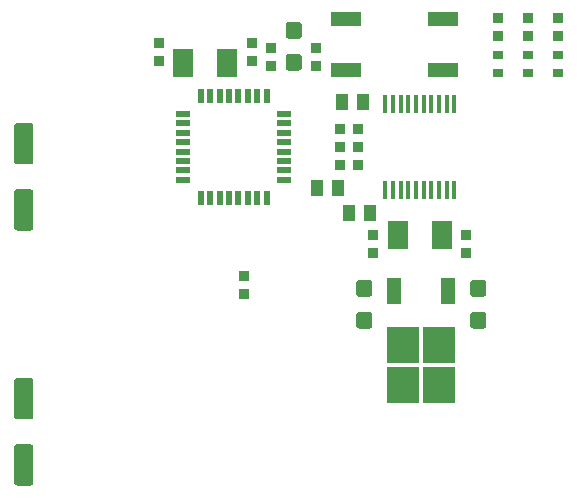
<source format=gbr>
G04 #@! TF.GenerationSoftware,KiCad,Pcbnew,(5.1.2)-2*
G04 #@! TF.CreationDate,2019-08-09T23:12:40-04:00*
G04 #@! TF.ProjectId,Controller,436f6e74-726f-46c6-9c65-722e6b696361,rev?*
G04 #@! TF.SameCoordinates,Original*
G04 #@! TF.FileFunction,Paste,Top*
G04 #@! TF.FilePolarity,Positive*
%FSLAX46Y46*%
G04 Gerber Fmt 4.6, Leading zero omitted, Abs format (unit mm)*
G04 Created by KiCad (PCBNEW (5.1.2)-2) date 2019-08-09 23:12:40*
%MOMM*%
%LPD*%
G04 APERTURE LIST*
%ADD10R,1.016000X1.400000*%
%ADD11R,1.700000X2.400000*%
%ADD12C,0.100000*%
%ADD13C,1.350000*%
%ADD14R,0.900000X0.900000*%
%ADD15C,1.600000*%
%ADD16R,0.889000X0.762000*%
%ADD17R,2.540000X1.270000*%
%ADD18R,0.889000X0.889000*%
%ADD19R,1.200000X2.200000*%
%ADD20R,2.750000X3.050000*%
%ADD21R,0.398780X1.498600*%
%ADD22R,0.558800X1.270000*%
%ADD23R,1.270000X0.558800*%
G04 APERTURE END LIST*
D10*
X193676000Y-38735000D03*
X191897000Y-38735000D03*
D11*
X196651000Y-50038000D03*
X200351000Y-50038000D03*
D12*
G36*
X203903505Y-56531204D02*
G01*
X203927773Y-56534804D01*
X203951572Y-56540765D01*
X203974671Y-56549030D01*
X203996850Y-56559520D01*
X204017893Y-56572132D01*
X204037599Y-56586747D01*
X204055777Y-56603223D01*
X204072253Y-56621401D01*
X204086868Y-56641107D01*
X204099480Y-56662150D01*
X204109970Y-56684329D01*
X204118235Y-56707428D01*
X204124196Y-56731227D01*
X204127796Y-56755495D01*
X204129000Y-56779999D01*
X204129000Y-57680001D01*
X204127796Y-57704505D01*
X204124196Y-57728773D01*
X204118235Y-57752572D01*
X204109970Y-57775671D01*
X204099480Y-57797850D01*
X204086868Y-57818893D01*
X204072253Y-57838599D01*
X204055777Y-57856777D01*
X204037599Y-57873253D01*
X204017893Y-57887868D01*
X203996850Y-57900480D01*
X203974671Y-57910970D01*
X203951572Y-57919235D01*
X203927773Y-57925196D01*
X203903505Y-57928796D01*
X203879001Y-57930000D01*
X203028999Y-57930000D01*
X203004495Y-57928796D01*
X202980227Y-57925196D01*
X202956428Y-57919235D01*
X202933329Y-57910970D01*
X202911150Y-57900480D01*
X202890107Y-57887868D01*
X202870401Y-57873253D01*
X202852223Y-57856777D01*
X202835747Y-57838599D01*
X202821132Y-57818893D01*
X202808520Y-57797850D01*
X202798030Y-57775671D01*
X202789765Y-57752572D01*
X202783804Y-57728773D01*
X202780204Y-57704505D01*
X202779000Y-57680001D01*
X202779000Y-56779999D01*
X202780204Y-56755495D01*
X202783804Y-56731227D01*
X202789765Y-56707428D01*
X202798030Y-56684329D01*
X202808520Y-56662150D01*
X202821132Y-56641107D01*
X202835747Y-56621401D01*
X202852223Y-56603223D01*
X202870401Y-56586747D01*
X202890107Y-56572132D01*
X202911150Y-56559520D01*
X202933329Y-56549030D01*
X202956428Y-56540765D01*
X202980227Y-56534804D01*
X203004495Y-56531204D01*
X203028999Y-56530000D01*
X203879001Y-56530000D01*
X203903505Y-56531204D01*
X203903505Y-56531204D01*
G37*
D13*
X203454000Y-57230000D03*
D12*
G36*
X203903505Y-53831204D02*
G01*
X203927773Y-53834804D01*
X203951572Y-53840765D01*
X203974671Y-53849030D01*
X203996850Y-53859520D01*
X204017893Y-53872132D01*
X204037599Y-53886747D01*
X204055777Y-53903223D01*
X204072253Y-53921401D01*
X204086868Y-53941107D01*
X204099480Y-53962150D01*
X204109970Y-53984329D01*
X204118235Y-54007428D01*
X204124196Y-54031227D01*
X204127796Y-54055495D01*
X204129000Y-54079999D01*
X204129000Y-54980001D01*
X204127796Y-55004505D01*
X204124196Y-55028773D01*
X204118235Y-55052572D01*
X204109970Y-55075671D01*
X204099480Y-55097850D01*
X204086868Y-55118893D01*
X204072253Y-55138599D01*
X204055777Y-55156777D01*
X204037599Y-55173253D01*
X204017893Y-55187868D01*
X203996850Y-55200480D01*
X203974671Y-55210970D01*
X203951572Y-55219235D01*
X203927773Y-55225196D01*
X203903505Y-55228796D01*
X203879001Y-55230000D01*
X203028999Y-55230000D01*
X203004495Y-55228796D01*
X202980227Y-55225196D01*
X202956428Y-55219235D01*
X202933329Y-55210970D01*
X202911150Y-55200480D01*
X202890107Y-55187868D01*
X202870401Y-55173253D01*
X202852223Y-55156777D01*
X202835747Y-55138599D01*
X202821132Y-55118893D01*
X202808520Y-55097850D01*
X202798030Y-55075671D01*
X202789765Y-55052572D01*
X202783804Y-55028773D01*
X202780204Y-55004505D01*
X202779000Y-54980001D01*
X202779000Y-54079999D01*
X202780204Y-54055495D01*
X202783804Y-54031227D01*
X202789765Y-54007428D01*
X202798030Y-53984329D01*
X202808520Y-53962150D01*
X202821132Y-53941107D01*
X202835747Y-53921401D01*
X202852223Y-53903223D01*
X202870401Y-53886747D01*
X202890107Y-53872132D01*
X202911150Y-53859520D01*
X202933329Y-53849030D01*
X202956428Y-53840765D01*
X202980227Y-53834804D01*
X203004495Y-53831204D01*
X203028999Y-53830000D01*
X203879001Y-53830000D01*
X203903505Y-53831204D01*
X203903505Y-53831204D01*
G37*
D13*
X203454000Y-54530000D03*
D12*
G36*
X194251505Y-53831204D02*
G01*
X194275773Y-53834804D01*
X194299572Y-53840765D01*
X194322671Y-53849030D01*
X194344850Y-53859520D01*
X194365893Y-53872132D01*
X194385599Y-53886747D01*
X194403777Y-53903223D01*
X194420253Y-53921401D01*
X194434868Y-53941107D01*
X194447480Y-53962150D01*
X194457970Y-53984329D01*
X194466235Y-54007428D01*
X194472196Y-54031227D01*
X194475796Y-54055495D01*
X194477000Y-54079999D01*
X194477000Y-54980001D01*
X194475796Y-55004505D01*
X194472196Y-55028773D01*
X194466235Y-55052572D01*
X194457970Y-55075671D01*
X194447480Y-55097850D01*
X194434868Y-55118893D01*
X194420253Y-55138599D01*
X194403777Y-55156777D01*
X194385599Y-55173253D01*
X194365893Y-55187868D01*
X194344850Y-55200480D01*
X194322671Y-55210970D01*
X194299572Y-55219235D01*
X194275773Y-55225196D01*
X194251505Y-55228796D01*
X194227001Y-55230000D01*
X193376999Y-55230000D01*
X193352495Y-55228796D01*
X193328227Y-55225196D01*
X193304428Y-55219235D01*
X193281329Y-55210970D01*
X193259150Y-55200480D01*
X193238107Y-55187868D01*
X193218401Y-55173253D01*
X193200223Y-55156777D01*
X193183747Y-55138599D01*
X193169132Y-55118893D01*
X193156520Y-55097850D01*
X193146030Y-55075671D01*
X193137765Y-55052572D01*
X193131804Y-55028773D01*
X193128204Y-55004505D01*
X193127000Y-54980001D01*
X193127000Y-54079999D01*
X193128204Y-54055495D01*
X193131804Y-54031227D01*
X193137765Y-54007428D01*
X193146030Y-53984329D01*
X193156520Y-53962150D01*
X193169132Y-53941107D01*
X193183747Y-53921401D01*
X193200223Y-53903223D01*
X193218401Y-53886747D01*
X193238107Y-53872132D01*
X193259150Y-53859520D01*
X193281329Y-53849030D01*
X193304428Y-53840765D01*
X193328227Y-53834804D01*
X193352495Y-53831204D01*
X193376999Y-53830000D01*
X194227001Y-53830000D01*
X194251505Y-53831204D01*
X194251505Y-53831204D01*
G37*
D13*
X193802000Y-54530000D03*
D12*
G36*
X194251505Y-56531204D02*
G01*
X194275773Y-56534804D01*
X194299572Y-56540765D01*
X194322671Y-56549030D01*
X194344850Y-56559520D01*
X194365893Y-56572132D01*
X194385599Y-56586747D01*
X194403777Y-56603223D01*
X194420253Y-56621401D01*
X194434868Y-56641107D01*
X194447480Y-56662150D01*
X194457970Y-56684329D01*
X194466235Y-56707428D01*
X194472196Y-56731227D01*
X194475796Y-56755495D01*
X194477000Y-56779999D01*
X194477000Y-57680001D01*
X194475796Y-57704505D01*
X194472196Y-57728773D01*
X194466235Y-57752572D01*
X194457970Y-57775671D01*
X194447480Y-57797850D01*
X194434868Y-57818893D01*
X194420253Y-57838599D01*
X194403777Y-57856777D01*
X194385599Y-57873253D01*
X194365893Y-57887868D01*
X194344850Y-57900480D01*
X194322671Y-57910970D01*
X194299572Y-57919235D01*
X194275773Y-57925196D01*
X194251505Y-57928796D01*
X194227001Y-57930000D01*
X193376999Y-57930000D01*
X193352495Y-57928796D01*
X193328227Y-57925196D01*
X193304428Y-57919235D01*
X193281329Y-57910970D01*
X193259150Y-57900480D01*
X193238107Y-57887868D01*
X193218401Y-57873253D01*
X193200223Y-57856777D01*
X193183747Y-57838599D01*
X193169132Y-57818893D01*
X193156520Y-57797850D01*
X193146030Y-57775671D01*
X193137765Y-57752572D01*
X193131804Y-57728773D01*
X193128204Y-57704505D01*
X193127000Y-57680001D01*
X193127000Y-56779999D01*
X193128204Y-56755495D01*
X193131804Y-56731227D01*
X193137765Y-56707428D01*
X193146030Y-56684329D01*
X193156520Y-56662150D01*
X193169132Y-56641107D01*
X193183747Y-56621401D01*
X193200223Y-56603223D01*
X193218401Y-56586747D01*
X193238107Y-56572132D01*
X193259150Y-56559520D01*
X193281329Y-56549030D01*
X193304428Y-56540765D01*
X193328227Y-56534804D01*
X193352495Y-56531204D01*
X193376999Y-56530000D01*
X194227001Y-56530000D01*
X194251505Y-56531204D01*
X194251505Y-56531204D01*
G37*
D13*
X193802000Y-57230000D03*
D14*
X194564000Y-51562000D03*
X194564000Y-50038000D03*
D10*
X194310000Y-48133000D03*
X192531000Y-48133000D03*
D14*
X202438000Y-50038000D03*
X202438000Y-51562000D03*
X185928000Y-34163000D03*
X185928000Y-35687000D03*
X184277000Y-35306000D03*
X184277000Y-33782000D03*
X176403000Y-35306000D03*
X176403000Y-33782000D03*
D12*
G36*
X188282505Y-34687204D02*
G01*
X188306773Y-34690804D01*
X188330572Y-34696765D01*
X188353671Y-34705030D01*
X188375850Y-34715520D01*
X188396893Y-34728132D01*
X188416599Y-34742747D01*
X188434777Y-34759223D01*
X188451253Y-34777401D01*
X188465868Y-34797107D01*
X188478480Y-34818150D01*
X188488970Y-34840329D01*
X188497235Y-34863428D01*
X188503196Y-34887227D01*
X188506796Y-34911495D01*
X188508000Y-34935999D01*
X188508000Y-35836001D01*
X188506796Y-35860505D01*
X188503196Y-35884773D01*
X188497235Y-35908572D01*
X188488970Y-35931671D01*
X188478480Y-35953850D01*
X188465868Y-35974893D01*
X188451253Y-35994599D01*
X188434777Y-36012777D01*
X188416599Y-36029253D01*
X188396893Y-36043868D01*
X188375850Y-36056480D01*
X188353671Y-36066970D01*
X188330572Y-36075235D01*
X188306773Y-36081196D01*
X188282505Y-36084796D01*
X188258001Y-36086000D01*
X187407999Y-36086000D01*
X187383495Y-36084796D01*
X187359227Y-36081196D01*
X187335428Y-36075235D01*
X187312329Y-36066970D01*
X187290150Y-36056480D01*
X187269107Y-36043868D01*
X187249401Y-36029253D01*
X187231223Y-36012777D01*
X187214747Y-35994599D01*
X187200132Y-35974893D01*
X187187520Y-35953850D01*
X187177030Y-35931671D01*
X187168765Y-35908572D01*
X187162804Y-35884773D01*
X187159204Y-35860505D01*
X187158000Y-35836001D01*
X187158000Y-34935999D01*
X187159204Y-34911495D01*
X187162804Y-34887227D01*
X187168765Y-34863428D01*
X187177030Y-34840329D01*
X187187520Y-34818150D01*
X187200132Y-34797107D01*
X187214747Y-34777401D01*
X187231223Y-34759223D01*
X187249401Y-34742747D01*
X187269107Y-34728132D01*
X187290150Y-34715520D01*
X187312329Y-34705030D01*
X187335428Y-34696765D01*
X187359227Y-34690804D01*
X187383495Y-34687204D01*
X187407999Y-34686000D01*
X188258001Y-34686000D01*
X188282505Y-34687204D01*
X188282505Y-34687204D01*
G37*
D13*
X187833000Y-35386000D03*
D12*
G36*
X188282505Y-31987204D02*
G01*
X188306773Y-31990804D01*
X188330572Y-31996765D01*
X188353671Y-32005030D01*
X188375850Y-32015520D01*
X188396893Y-32028132D01*
X188416599Y-32042747D01*
X188434777Y-32059223D01*
X188451253Y-32077401D01*
X188465868Y-32097107D01*
X188478480Y-32118150D01*
X188488970Y-32140329D01*
X188497235Y-32163428D01*
X188503196Y-32187227D01*
X188506796Y-32211495D01*
X188508000Y-32235999D01*
X188508000Y-33136001D01*
X188506796Y-33160505D01*
X188503196Y-33184773D01*
X188497235Y-33208572D01*
X188488970Y-33231671D01*
X188478480Y-33253850D01*
X188465868Y-33274893D01*
X188451253Y-33294599D01*
X188434777Y-33312777D01*
X188416599Y-33329253D01*
X188396893Y-33343868D01*
X188375850Y-33356480D01*
X188353671Y-33366970D01*
X188330572Y-33375235D01*
X188306773Y-33381196D01*
X188282505Y-33384796D01*
X188258001Y-33386000D01*
X187407999Y-33386000D01*
X187383495Y-33384796D01*
X187359227Y-33381196D01*
X187335428Y-33375235D01*
X187312329Y-33366970D01*
X187290150Y-33356480D01*
X187269107Y-33343868D01*
X187249401Y-33329253D01*
X187231223Y-33312777D01*
X187214747Y-33294599D01*
X187200132Y-33274893D01*
X187187520Y-33253850D01*
X187177030Y-33231671D01*
X187168765Y-33208572D01*
X187162804Y-33184773D01*
X187159204Y-33160505D01*
X187158000Y-33136001D01*
X187158000Y-32235999D01*
X187159204Y-32211495D01*
X187162804Y-32187227D01*
X187168765Y-32163428D01*
X187177030Y-32140329D01*
X187187520Y-32118150D01*
X187200132Y-32097107D01*
X187214747Y-32077401D01*
X187231223Y-32059223D01*
X187249401Y-32042747D01*
X187269107Y-32028132D01*
X187290150Y-32015520D01*
X187312329Y-32005030D01*
X187335428Y-31996765D01*
X187359227Y-31990804D01*
X187383495Y-31987204D01*
X187407999Y-31986000D01*
X188258001Y-31986000D01*
X188282505Y-31987204D01*
X188282505Y-31987204D01*
G37*
D13*
X187833000Y-32686000D03*
D10*
X189801500Y-46037500D03*
X191580500Y-46037500D03*
D14*
X189738000Y-35687000D03*
X189738000Y-34163000D03*
D12*
G36*
X165547504Y-40536204D02*
G01*
X165571773Y-40539804D01*
X165595571Y-40545765D01*
X165618671Y-40554030D01*
X165640849Y-40564520D01*
X165661893Y-40577133D01*
X165681598Y-40591747D01*
X165699777Y-40608223D01*
X165716253Y-40626402D01*
X165730867Y-40646107D01*
X165743480Y-40667151D01*
X165753970Y-40689329D01*
X165762235Y-40712429D01*
X165768196Y-40736227D01*
X165771796Y-40760496D01*
X165773000Y-40785000D01*
X165773000Y-43785000D01*
X165771796Y-43809504D01*
X165768196Y-43833773D01*
X165762235Y-43857571D01*
X165753970Y-43880671D01*
X165743480Y-43902849D01*
X165730867Y-43923893D01*
X165716253Y-43943598D01*
X165699777Y-43961777D01*
X165681598Y-43978253D01*
X165661893Y-43992867D01*
X165640849Y-44005480D01*
X165618671Y-44015970D01*
X165595571Y-44024235D01*
X165571773Y-44030196D01*
X165547504Y-44033796D01*
X165523000Y-44035000D01*
X164423000Y-44035000D01*
X164398496Y-44033796D01*
X164374227Y-44030196D01*
X164350429Y-44024235D01*
X164327329Y-44015970D01*
X164305151Y-44005480D01*
X164284107Y-43992867D01*
X164264402Y-43978253D01*
X164246223Y-43961777D01*
X164229747Y-43943598D01*
X164215133Y-43923893D01*
X164202520Y-43902849D01*
X164192030Y-43880671D01*
X164183765Y-43857571D01*
X164177804Y-43833773D01*
X164174204Y-43809504D01*
X164173000Y-43785000D01*
X164173000Y-40785000D01*
X164174204Y-40760496D01*
X164177804Y-40736227D01*
X164183765Y-40712429D01*
X164192030Y-40689329D01*
X164202520Y-40667151D01*
X164215133Y-40646107D01*
X164229747Y-40626402D01*
X164246223Y-40608223D01*
X164264402Y-40591747D01*
X164284107Y-40577133D01*
X164305151Y-40564520D01*
X164327329Y-40554030D01*
X164350429Y-40545765D01*
X164374227Y-40539804D01*
X164398496Y-40536204D01*
X164423000Y-40535000D01*
X165523000Y-40535000D01*
X165547504Y-40536204D01*
X165547504Y-40536204D01*
G37*
D15*
X164973000Y-42285000D03*
D12*
G36*
X165547504Y-46136204D02*
G01*
X165571773Y-46139804D01*
X165595571Y-46145765D01*
X165618671Y-46154030D01*
X165640849Y-46164520D01*
X165661893Y-46177133D01*
X165681598Y-46191747D01*
X165699777Y-46208223D01*
X165716253Y-46226402D01*
X165730867Y-46246107D01*
X165743480Y-46267151D01*
X165753970Y-46289329D01*
X165762235Y-46312429D01*
X165768196Y-46336227D01*
X165771796Y-46360496D01*
X165773000Y-46385000D01*
X165773000Y-49385000D01*
X165771796Y-49409504D01*
X165768196Y-49433773D01*
X165762235Y-49457571D01*
X165753970Y-49480671D01*
X165743480Y-49502849D01*
X165730867Y-49523893D01*
X165716253Y-49543598D01*
X165699777Y-49561777D01*
X165681598Y-49578253D01*
X165661893Y-49592867D01*
X165640849Y-49605480D01*
X165618671Y-49615970D01*
X165595571Y-49624235D01*
X165571773Y-49630196D01*
X165547504Y-49633796D01*
X165523000Y-49635000D01*
X164423000Y-49635000D01*
X164398496Y-49633796D01*
X164374227Y-49630196D01*
X164350429Y-49624235D01*
X164327329Y-49615970D01*
X164305151Y-49605480D01*
X164284107Y-49592867D01*
X164264402Y-49578253D01*
X164246223Y-49561777D01*
X164229747Y-49543598D01*
X164215133Y-49523893D01*
X164202520Y-49502849D01*
X164192030Y-49480671D01*
X164183765Y-49457571D01*
X164177804Y-49433773D01*
X164174204Y-49409504D01*
X164173000Y-49385000D01*
X164173000Y-46385000D01*
X164174204Y-46360496D01*
X164177804Y-46336227D01*
X164183765Y-46312429D01*
X164192030Y-46289329D01*
X164202520Y-46267151D01*
X164215133Y-46246107D01*
X164229747Y-46226402D01*
X164246223Y-46208223D01*
X164264402Y-46191747D01*
X164284107Y-46177133D01*
X164305151Y-46164520D01*
X164327329Y-46154030D01*
X164350429Y-46145765D01*
X164374227Y-46139804D01*
X164398496Y-46136204D01*
X164423000Y-46135000D01*
X165523000Y-46135000D01*
X165547504Y-46136204D01*
X165547504Y-46136204D01*
G37*
D15*
X164973000Y-47885000D03*
D12*
G36*
X165547504Y-67726204D02*
G01*
X165571773Y-67729804D01*
X165595571Y-67735765D01*
X165618671Y-67744030D01*
X165640849Y-67754520D01*
X165661893Y-67767133D01*
X165681598Y-67781747D01*
X165699777Y-67798223D01*
X165716253Y-67816402D01*
X165730867Y-67836107D01*
X165743480Y-67857151D01*
X165753970Y-67879329D01*
X165762235Y-67902429D01*
X165768196Y-67926227D01*
X165771796Y-67950496D01*
X165773000Y-67975000D01*
X165773000Y-70975000D01*
X165771796Y-70999504D01*
X165768196Y-71023773D01*
X165762235Y-71047571D01*
X165753970Y-71070671D01*
X165743480Y-71092849D01*
X165730867Y-71113893D01*
X165716253Y-71133598D01*
X165699777Y-71151777D01*
X165681598Y-71168253D01*
X165661893Y-71182867D01*
X165640849Y-71195480D01*
X165618671Y-71205970D01*
X165595571Y-71214235D01*
X165571773Y-71220196D01*
X165547504Y-71223796D01*
X165523000Y-71225000D01*
X164423000Y-71225000D01*
X164398496Y-71223796D01*
X164374227Y-71220196D01*
X164350429Y-71214235D01*
X164327329Y-71205970D01*
X164305151Y-71195480D01*
X164284107Y-71182867D01*
X164264402Y-71168253D01*
X164246223Y-71151777D01*
X164229747Y-71133598D01*
X164215133Y-71113893D01*
X164202520Y-71092849D01*
X164192030Y-71070671D01*
X164183765Y-71047571D01*
X164177804Y-71023773D01*
X164174204Y-70999504D01*
X164173000Y-70975000D01*
X164173000Y-67975000D01*
X164174204Y-67950496D01*
X164177804Y-67926227D01*
X164183765Y-67902429D01*
X164192030Y-67879329D01*
X164202520Y-67857151D01*
X164215133Y-67836107D01*
X164229747Y-67816402D01*
X164246223Y-67798223D01*
X164264402Y-67781747D01*
X164284107Y-67767133D01*
X164305151Y-67754520D01*
X164327329Y-67744030D01*
X164350429Y-67735765D01*
X164374227Y-67729804D01*
X164398496Y-67726204D01*
X164423000Y-67725000D01*
X165523000Y-67725000D01*
X165547504Y-67726204D01*
X165547504Y-67726204D01*
G37*
D15*
X164973000Y-69475000D03*
D12*
G36*
X165547504Y-62126204D02*
G01*
X165571773Y-62129804D01*
X165595571Y-62135765D01*
X165618671Y-62144030D01*
X165640849Y-62154520D01*
X165661893Y-62167133D01*
X165681598Y-62181747D01*
X165699777Y-62198223D01*
X165716253Y-62216402D01*
X165730867Y-62236107D01*
X165743480Y-62257151D01*
X165753970Y-62279329D01*
X165762235Y-62302429D01*
X165768196Y-62326227D01*
X165771796Y-62350496D01*
X165773000Y-62375000D01*
X165773000Y-65375000D01*
X165771796Y-65399504D01*
X165768196Y-65423773D01*
X165762235Y-65447571D01*
X165753970Y-65470671D01*
X165743480Y-65492849D01*
X165730867Y-65513893D01*
X165716253Y-65533598D01*
X165699777Y-65551777D01*
X165681598Y-65568253D01*
X165661893Y-65582867D01*
X165640849Y-65595480D01*
X165618671Y-65605970D01*
X165595571Y-65614235D01*
X165571773Y-65620196D01*
X165547504Y-65623796D01*
X165523000Y-65625000D01*
X164423000Y-65625000D01*
X164398496Y-65623796D01*
X164374227Y-65620196D01*
X164350429Y-65614235D01*
X164327329Y-65605970D01*
X164305151Y-65595480D01*
X164284107Y-65582867D01*
X164264402Y-65568253D01*
X164246223Y-65551777D01*
X164229747Y-65533598D01*
X164215133Y-65513893D01*
X164202520Y-65492849D01*
X164192030Y-65470671D01*
X164183765Y-65447571D01*
X164177804Y-65423773D01*
X164174204Y-65399504D01*
X164173000Y-65375000D01*
X164173000Y-62375000D01*
X164174204Y-62350496D01*
X164177804Y-62326227D01*
X164183765Y-62302429D01*
X164192030Y-62279329D01*
X164202520Y-62257151D01*
X164215133Y-62236107D01*
X164229747Y-62216402D01*
X164246223Y-62198223D01*
X164264402Y-62181747D01*
X164284107Y-62167133D01*
X164305151Y-62154520D01*
X164327329Y-62144030D01*
X164350429Y-62135765D01*
X164374227Y-62129804D01*
X164398496Y-62126204D01*
X164423000Y-62125000D01*
X165523000Y-62125000D01*
X165547504Y-62126204D01*
X165547504Y-62126204D01*
G37*
D15*
X164973000Y-63875000D03*
D16*
X207645000Y-34798000D03*
X207645000Y-36322000D03*
X205105000Y-36322000D03*
X205105000Y-34798000D03*
D17*
X192214500Y-36068000D03*
X192214500Y-31750000D03*
X200469500Y-31750000D03*
X200469500Y-36068000D03*
D18*
X183642000Y-54991000D03*
X183642000Y-53467000D03*
X193294000Y-41021000D03*
X191770000Y-41021000D03*
X191770000Y-44069000D03*
X193294000Y-44069000D03*
X193294000Y-42545000D03*
X191770000Y-42545000D03*
X207645000Y-31623000D03*
X207645000Y-33147000D03*
X205105000Y-33147000D03*
X205105000Y-31623000D03*
D19*
X200908000Y-54728000D03*
X196348000Y-54728000D03*
D20*
X197103000Y-62703000D03*
X200153000Y-59353000D03*
X200153000Y-62703000D03*
X197103000Y-59353000D03*
D21*
X195577460Y-46169580D03*
X196227700Y-46169580D03*
X196877940Y-46169580D03*
X197528180Y-46169580D03*
X198178420Y-46169580D03*
X198823580Y-46169580D03*
X199473820Y-46169580D03*
X200124060Y-46169580D03*
X200774300Y-46169580D03*
X201424540Y-46169580D03*
X201424540Y-38920420D03*
X200774300Y-38920420D03*
X200124060Y-38920420D03*
X199473820Y-38920420D03*
X198823580Y-38920420D03*
X198178420Y-38920420D03*
X197528180Y-38920420D03*
X196877940Y-38920420D03*
X196227700Y-38920420D03*
X195577460Y-38920420D03*
D22*
X185552080Y-38252400D03*
X184751980Y-38252400D03*
X183951880Y-38252400D03*
X183151780Y-38252400D03*
X182354220Y-38252400D03*
X181554120Y-38252400D03*
X180754020Y-38252400D03*
X179953920Y-38252400D03*
D23*
X178460400Y-39745920D03*
X178460400Y-40546020D03*
X178460400Y-41346120D03*
X178460400Y-42146220D03*
X178460400Y-42943780D03*
X178460400Y-43743880D03*
X178460400Y-44543980D03*
X178460400Y-45344080D03*
D22*
X179953920Y-46837600D03*
X180754020Y-46837600D03*
X181554120Y-46837600D03*
X182354220Y-46837600D03*
X183151780Y-46837600D03*
X183951880Y-46837600D03*
X184751980Y-46837600D03*
X185552080Y-46837600D03*
D23*
X187045600Y-45344080D03*
X187045600Y-44543980D03*
X187045600Y-43743880D03*
X187045600Y-42943780D03*
X187045600Y-42146220D03*
X187045600Y-41346120D03*
X187045600Y-40546020D03*
X187045600Y-39745920D03*
D11*
X182190000Y-35433000D03*
X178490000Y-35433000D03*
D16*
X210185000Y-36322000D03*
X210185000Y-34798000D03*
D18*
X210185000Y-33147000D03*
X210185000Y-31623000D03*
M02*

</source>
